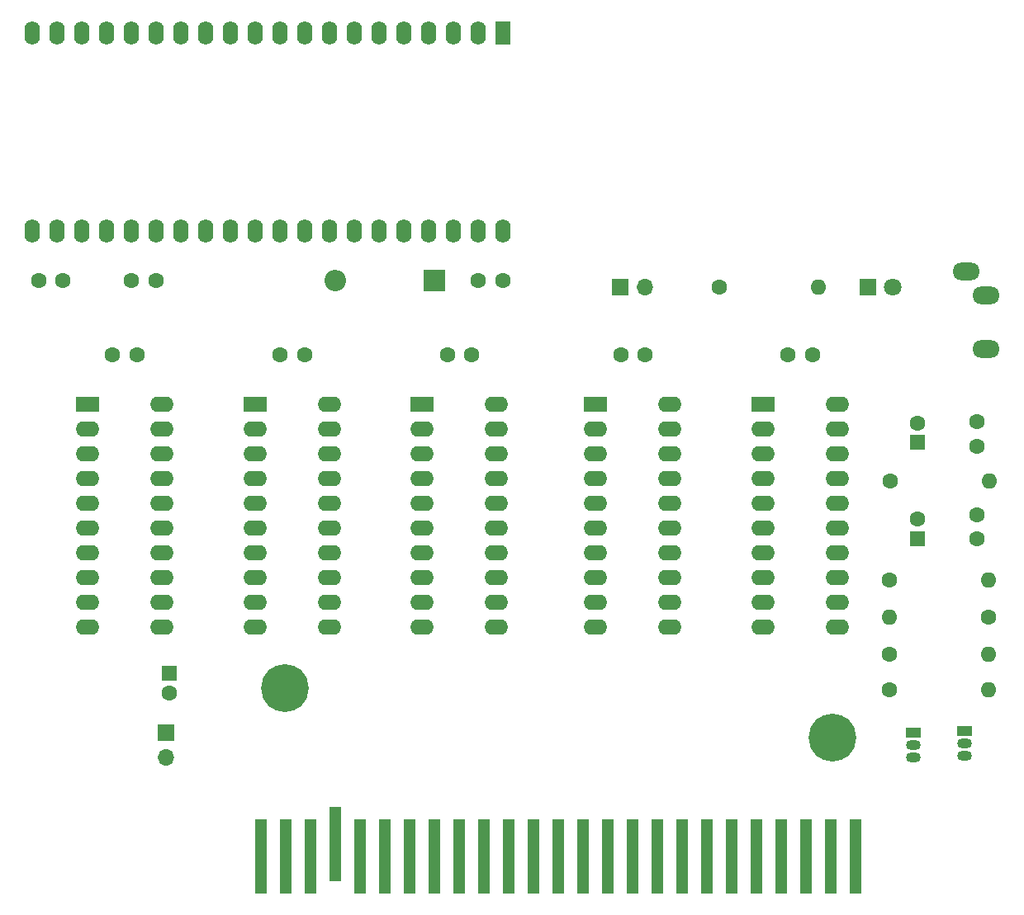
<source format=gbr>
%TF.GenerationSoftware,KiCad,Pcbnew,7.0.7*%
%TF.CreationDate,2024-05-25T22:43:48-07:00*%
%TF.ProjectId,WonrderTANG,576f6e72-6465-4725-9441-4e472e6b6963,rev?*%
%TF.SameCoordinates,Original*%
%TF.FileFunction,Soldermask,Top*%
%TF.FilePolarity,Negative*%
%FSLAX46Y46*%
G04 Gerber Fmt 4.6, Leading zero omitted, Abs format (unit mm)*
G04 Created by KiCad (PCBNEW 7.0.7) date 2024-05-25 22:43:48*
%MOMM*%
%LPD*%
G01*
G04 APERTURE LIST*
%ADD10C,1.600000*%
%ADD11R,2.200000X2.200000*%
%ADD12O,2.200000X2.200000*%
%ADD13R,1.600000X1.600000*%
%ADD14R,2.400000X1.600000*%
%ADD15O,2.400000X1.600000*%
%ADD16O,1.600000X1.600000*%
%ADD17R,1.700000X1.700000*%
%ADD18O,1.700000X1.700000*%
%ADD19O,2.800000X1.800000*%
%ADD20C,4.900000*%
%ADD21R,1.270000X7.620000*%
%ADD22R,1.500000X1.050000*%
%ADD23O,1.500000X1.050000*%
%ADD24R,1.600000X2.400000*%
%ADD25O,1.600000X2.400000*%
%ADD26R,1.800000X1.800000*%
%ADD27C,1.800000*%
G04 APERTURE END LIST*
D10*
%TO.C,C6*%
X85725000Y-88265000D03*
X83225000Y-88265000D03*
%TD*%
D11*
%TO.C,D2*%
X99060000Y-80645000D03*
D12*
X88900000Y-80645000D03*
%TD*%
D10*
%TO.C,C8*%
X60960000Y-80645000D03*
X58460000Y-80645000D03*
%TD*%
%TO.C,C11*%
X68540000Y-88265000D03*
X66040000Y-88265000D03*
%TD*%
%TO.C,C5*%
X67945000Y-80645000D03*
X70445000Y-80645000D03*
%TD*%
D13*
%TO.C,C3*%
X148590000Y-107136000D03*
D10*
X148590000Y-105136000D03*
%TD*%
D13*
%TO.C,C1*%
X148590000Y-97250000D03*
D10*
X148590000Y-95250000D03*
%TD*%
D14*
%TO.C,U1*%
X80645000Y-93345000D03*
D15*
X80645000Y-95885000D03*
X80645000Y-98425000D03*
X80645000Y-100965000D03*
X80645000Y-103505000D03*
X80645000Y-106045000D03*
X80645000Y-108585000D03*
X80645000Y-111125000D03*
X80645000Y-113665000D03*
X80645000Y-116205000D03*
X88265000Y-116205000D03*
X88265000Y-113665000D03*
X88265000Y-111125000D03*
X88265000Y-108585000D03*
X88265000Y-106045000D03*
X88265000Y-103505000D03*
X88265000Y-100965000D03*
X88265000Y-98425000D03*
X88265000Y-95885000D03*
X88265000Y-93345000D03*
%TD*%
D10*
%TO.C,R5*%
X145669000Y-118979000D03*
D16*
X155829000Y-118979000D03*
%TD*%
D17*
%TO.C,J3*%
X71501000Y-126995000D03*
D18*
X71501000Y-129535000D03*
%TD*%
D10*
%TO.C,R1*%
X128270000Y-81280000D03*
D16*
X138430000Y-81280000D03*
%TD*%
D19*
%TO.C,J2*%
X155575000Y-87630000D03*
X153575000Y-79730000D03*
X155575000Y-82130000D03*
%TD*%
D20*
%TO.C,CON1*%
X83660000Y-122465000D03*
X139860000Y-127565000D03*
D21*
X142240000Y-139700000D03*
X139700000Y-139700000D03*
X137160000Y-139700000D03*
X134620000Y-139700000D03*
X132080000Y-139700000D03*
X129540000Y-139700000D03*
X127000000Y-139700000D03*
X124460000Y-139700000D03*
X121920000Y-139700000D03*
X119380000Y-139700000D03*
X116840000Y-139700000D03*
X114300000Y-139700000D03*
X111760000Y-139700000D03*
X109220000Y-139700000D03*
X106680000Y-139700000D03*
X104140000Y-139700000D03*
X101600000Y-139700000D03*
X99060000Y-139700000D03*
X96520000Y-139700000D03*
X93980000Y-139700000D03*
X91440000Y-139700000D03*
X88900000Y-138430000D03*
X86360000Y-139700000D03*
X83820000Y-139700000D03*
X81280000Y-139700000D03*
%TD*%
D10*
%TO.C,R2*%
X145796000Y-101199000D03*
D16*
X155956000Y-101199000D03*
%TD*%
D13*
%TO.C,C13*%
X71882000Y-120964900D03*
D10*
X71882000Y-122964900D03*
%TD*%
D22*
%TO.C,Q2*%
X153416000Y-126873000D03*
D23*
X153416000Y-128143000D03*
X153416000Y-129413000D03*
%TD*%
D14*
%TO.C,U6*%
X115570000Y-93345000D03*
D15*
X115570000Y-95885000D03*
X115570000Y-98425000D03*
X115570000Y-100965000D03*
X115570000Y-103505000D03*
X115570000Y-106045000D03*
X115570000Y-108585000D03*
X115570000Y-111125000D03*
X115570000Y-113665000D03*
X115570000Y-116205000D03*
X123190000Y-116205000D03*
X123190000Y-113665000D03*
X123190000Y-111125000D03*
X123190000Y-108585000D03*
X123190000Y-106045000D03*
X123190000Y-103505000D03*
X123190000Y-100965000D03*
X123190000Y-98425000D03*
X123190000Y-95885000D03*
X123190000Y-93345000D03*
%TD*%
D10*
%TO.C,R4*%
X155829000Y-115169000D03*
D16*
X145669000Y-115169000D03*
%TD*%
D10*
%TO.C,C2*%
X154686000Y-97643000D03*
X154686000Y-95143000D03*
%TD*%
D14*
%TO.C,U2*%
X132715000Y-93345000D03*
D15*
X132715000Y-95885000D03*
X132715000Y-98425000D03*
X132715000Y-100965000D03*
X132715000Y-103505000D03*
X132715000Y-106045000D03*
X132715000Y-108585000D03*
X132715000Y-111125000D03*
X132715000Y-113665000D03*
X132715000Y-116205000D03*
X140335000Y-116205000D03*
X140335000Y-113665000D03*
X140335000Y-111125000D03*
X140335000Y-108585000D03*
X140335000Y-106045000D03*
X140335000Y-103505000D03*
X140335000Y-100965000D03*
X140335000Y-98425000D03*
X140335000Y-95885000D03*
X140335000Y-93345000D03*
%TD*%
D24*
%TO.C,U5*%
X106045000Y-55245000D03*
D25*
X103505000Y-55245000D03*
X100965000Y-55245000D03*
X98425000Y-55245000D03*
X95885000Y-55245000D03*
X93345000Y-55245000D03*
X90805000Y-55245000D03*
X88265000Y-55245000D03*
X85725000Y-55245000D03*
X83185000Y-55245000D03*
X80645000Y-55245000D03*
X78105000Y-55245000D03*
X75565000Y-55245000D03*
X73025000Y-55245000D03*
X70485000Y-55245000D03*
X67945000Y-55245000D03*
X65405000Y-55245000D03*
X62865000Y-55245000D03*
X60325000Y-55245000D03*
X57785000Y-55245000D03*
X57785000Y-75565000D03*
X60325000Y-75565000D03*
X62865000Y-75565000D03*
X65405000Y-75565000D03*
X67945000Y-75565000D03*
X70485000Y-75565000D03*
X73025000Y-75565000D03*
X75565000Y-75565000D03*
X78105000Y-75565000D03*
X80645000Y-75565000D03*
X83185000Y-75565000D03*
X85725000Y-75565000D03*
X88265000Y-75565000D03*
X90805000Y-75565000D03*
X93345000Y-75565000D03*
X95885000Y-75565000D03*
X98425000Y-75565000D03*
X100965000Y-75565000D03*
X103505000Y-75565000D03*
X106045000Y-75565000D03*
%TD*%
D10*
%TO.C,C7*%
X102870000Y-88265000D03*
X100370000Y-88265000D03*
%TD*%
%TO.C,C10*%
X120650000Y-88265000D03*
X118150000Y-88265000D03*
%TD*%
%TO.C,C9*%
X137795000Y-88265000D03*
X135295000Y-88265000D03*
%TD*%
D26*
%TO.C,D1*%
X143510000Y-81280000D03*
D27*
X146050000Y-81280000D03*
%TD*%
D10*
%TO.C,C12*%
X106025000Y-80645000D03*
X103525000Y-80645000D03*
%TD*%
D14*
%TO.C,U4*%
X63500000Y-93345000D03*
D15*
X63500000Y-95885000D03*
X63500000Y-98425000D03*
X63500000Y-100965000D03*
X63500000Y-103505000D03*
X63500000Y-106045000D03*
X63500000Y-108585000D03*
X63500000Y-111125000D03*
X63500000Y-113665000D03*
X63500000Y-116205000D03*
X71120000Y-116205000D03*
X71120000Y-113665000D03*
X71120000Y-111125000D03*
X71120000Y-108585000D03*
X71120000Y-106045000D03*
X71120000Y-103505000D03*
X71120000Y-100965000D03*
X71120000Y-98425000D03*
X71120000Y-95885000D03*
X71120000Y-93345000D03*
%TD*%
D10*
%TO.C,C4*%
X154686000Y-107148000D03*
X154686000Y-104648000D03*
%TD*%
D14*
%TO.C,U3*%
X97790000Y-93345000D03*
D15*
X97790000Y-95885000D03*
X97790000Y-98425000D03*
X97790000Y-100965000D03*
X97790000Y-103505000D03*
X97790000Y-106045000D03*
X97790000Y-108585000D03*
X97790000Y-111125000D03*
X97790000Y-113665000D03*
X97790000Y-116205000D03*
X105410000Y-116205000D03*
X105410000Y-113665000D03*
X105410000Y-111125000D03*
X105410000Y-108585000D03*
X105410000Y-106045000D03*
X105410000Y-103505000D03*
X105410000Y-100965000D03*
X105410000Y-98425000D03*
X105410000Y-95885000D03*
X105410000Y-93345000D03*
%TD*%
D22*
%TO.C,Q1*%
X148103000Y-127000000D03*
D23*
X148103000Y-128270000D03*
X148103000Y-129540000D03*
%TD*%
D17*
%TO.C,J1*%
X118105000Y-81280000D03*
D18*
X120645000Y-81280000D03*
%TD*%
D10*
%TO.C,R6*%
X145669000Y-122662000D03*
D16*
X155829000Y-122662000D03*
%TD*%
D10*
%TO.C,R3*%
X145669000Y-111359000D03*
D16*
X155829000Y-111359000D03*
%TD*%
M02*

</source>
